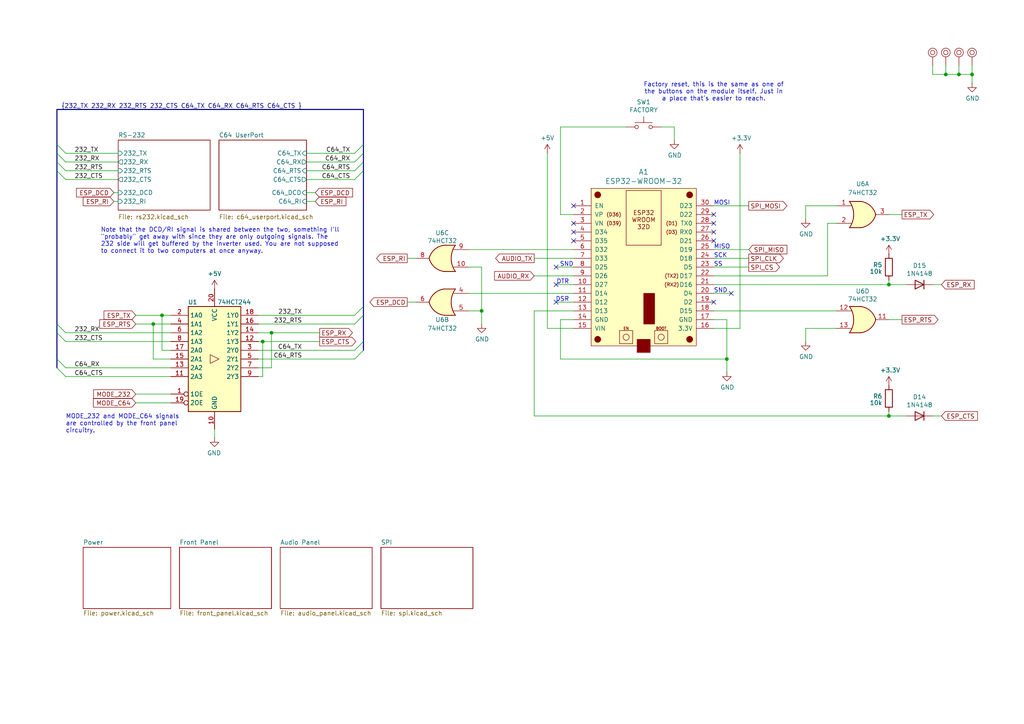
<source format=kicad_sch>
(kicad_sch (version 20231120) (generator "eeschema") (generator_version "8.0")
  (paper "A4")
  (title_block (title "BulkyModem-32") (rev "A") (comment 4 "Same as the BulkyModem, but with changes to use ESP-32 instead of ESP8266."))
  (lib_symbols
    (symbol "74xx:74HCT244"
      (property "Reference" "U" (at -7.62 16.51 0))
      (property "Value" "74HCT244" (at -7.62 -16.51 0))
      (symbol "74HCT244_1_0"
        (polyline (pts (xy 1.27 0) (xy -1.27 1.27) (xy -1.27 -1.27) (xy 1.27 0)) (stroke (width 0.1524)))
        (pin input inverted (at -12.7 -10.16 0) (length 5.08) (name "1OE") (number "1"))
        (pin power_in line (at 0 -20.32 90) (length 5.08) (name "GND") (number "10"))
        (pin input line (at -12.7 -5.08 0) (length 5.08) (name "2A3") (number "11"))
        (pin tri_state line (at 12.7 5.08 180) (length 5.08) (name "1Y3") (number "12"))
        (pin input line (at -12.7 -2.54 0) (length 5.08) (name "2A2") (number "13"))
        (pin tri_state line (at 12.7 7.62 180) (length 5.08) (name "1Y2") (number "14"))
        (pin input line (at -12.7 0 0) (length 5.08) (name "2A1") (number "15"))
        (pin tri_state line (at 12.7 10.16 180) (length 5.08) (name "1Y1") (number "16"))
        (pin input line (at -12.7 2.54 0) (length 5.08) (name "2A0") (number "17"))
        (pin tri_state line (at 12.7 12.7 180) (length 5.08) (name "1Y0") (number "18"))
        (pin input inverted (at -12.7 -12.7 0) (length 5.08) (name "2OE") (number "19"))
        (pin input line (at -12.7 12.7 0) (length 5.08) (name "1A0") (number "2"))
        (pin power_in line (at 0 20.32 270) (length 5.08) (name "VCC") (number "20"))
        (pin tri_state line (at 12.7 2.54 180) (length 5.08) (name "2Y0") (number "3"))
        (pin input line (at -12.7 10.16 0) (length 5.08) (name "1A1") (number "4"))
        (pin tri_state line (at 12.7 0 180) (length 5.08) (name "2Y1") (number "5"))
        (pin input line (at -12.7 7.62 0) (length 5.08) (name "1A2") (number "6"))
        (pin tri_state line (at 12.7 -2.54 180) (length 5.08) (name "2Y2") (number "7"))
        (pin input line (at -12.7 5.08 0) (length 5.08) (name "1A3") (number "8"))
        (pin tri_state line (at 12.7 -5.08 180) (length 5.08) (name "2Y3") (number "9"))
      )
      (symbol "74HCT244_1_1"
        (rectangle (start -7.62 15.24) (end 7.62 -15.24) (stroke (width 0.254)) (fill (type background)))
      )
    )
    (symbol "74xx:74LS32" (pin_names (offset 1.016))
      (property "Reference" "U" (at 0 1.27 0))
      (property "Value" "74LS32" (at 0 -1.27 0))
      (symbol "74LS32_1_1"
        (arc (start -3.81 -3.81) (mid -2.589 0) (end -3.81 3.81) (stroke (width 0.254)))
        (arc (start -0.6096 -3.81) (mid 2.1842 -2.5851) (end 3.81 0) (stroke (width 0.254)) (fill (type background)))
        (polyline (pts (xy -3.81 -3.81) (xy -0.635 -3.81)) (stroke (width 0.254)) (fill (type background)))
        (polyline (pts (xy -3.81 3.81) (xy -0.635 3.81)) (stroke (width 0.254)) (fill (type background)))
        (polyline (pts (xy -0.635 3.81) (xy -3.81 3.81) (xy -3.81 3.81) (xy -3.556 3.4036) (xy -3.0226 2.2606) (xy -2.6924 1.0414) (xy -2.6162 -0.254) (xy -2.7686 -1.4986) (xy -3.175 -2.7178) (xy -3.81 -3.81) (xy -3.81 -3.81) (xy -0.635 -3.81)) (stroke (width -25.4)) (fill (type background)))
        (arc (start 3.81 0) (mid 2.1915 2.5936) (end -0.6096 3.81) (stroke (width 0.254)) (fill (type background)))
        (pin input line (at -7.62 2.54 0) (length 4.318) (name "~") (number "1"))
        (pin input line (at -7.62 -2.54 0) (length 4.318) (name "~") (number "2"))
        (pin output line (at 7.62 0 180) (length 3.81) (name "~") (number "3"))
      )
      (symbol "74LS32_1_2"
        (arc (start 0 -3.81) (mid 3.7934 0) (end 0 3.81) (stroke (width 0.254)) (fill (type background)))
        (polyline (pts (xy 0 3.81) (xy -3.81 3.81) (xy -3.81 -3.81) (xy 0 -3.81)) (stroke (width 0.254)) (fill (type background)))
        (pin input inverted (at -7.62 2.54 0) (length 3.81) (name "~") (number "1"))
        (pin input inverted (at -7.62 -2.54 0) (length 3.81) (name "~") (number "2"))
        (pin output inverted (at 7.62 0 180) (length 3.81) (name "~") (number "3"))
      )
      (symbol "74LS32_2_1"
        (arc (start -3.81 -3.81) (mid -2.589 0) (end -3.81 3.81) (stroke (width 0.254)))
        (arc (start -0.6096 -3.81) (mid 2.1842 -2.5851) (end 3.81 0) (stroke (width 0.254)) (fill (type background)))
        (polyline (pts (xy -3.81 -3.81) (xy -0.635 -3.81)) (stroke (width 0.254)) (fill (type background)))
        (polyline (pts (xy -3.81 3.81) (xy -0.635 3.81)) (stroke (width 0.254)) (fill (type background)))
        (polyline (pts (xy -0.635 3.81) (xy -3.81 3.81) (xy -3.81 3.81) (xy -3.556 3.4036) (xy -3.0226 2.2606) (xy -2.6924 1.0414) (xy -2.6162 -0.254) (xy -2.7686 -1.4986) (xy -3.175 -2.7178) (xy -3.81 -3.81) (xy -3.81 -3.81) (xy -0.635 -3.81)) (stroke (width -25.4)) (fill (type background)))
        (arc (start 3.81 0) (mid 2.1915 2.5936) (end -0.6096 3.81) (stroke (width 0.254)) (fill (type background)))
        (pin input line (at -7.62 2.54 0) (length 4.318) (name "~") (number "4"))
        (pin input line (at -7.62 -2.54 0) (length 4.318) (name "~") (number "5"))
        (pin output line (at 7.62 0 180) (length 3.81) (name "~") (number "6"))
      )
      (symbol "74LS32_2_2"
        (arc (start 0 -3.81) (mid 3.7934 0) (end 0 3.81) (stroke (width 0.254)) (fill (type background)))
        (polyline (pts (xy 0 3.81) (xy -3.81 3.81) (xy -3.81 -3.81) (xy 0 -3.81)) (stroke (width 0.254)) (fill (type background)))
        (pin input inverted (at -7.62 2.54 0) (length 3.81) (name "~") (number "4"))
        (pin input inverted (at -7.62 -2.54 0) (length 3.81) (name "~") (number "5"))
        (pin output inverted (at 7.62 0 180) (length 3.81) (name "~") (number "6"))
      )
      (symbol "74LS32_3_1"
        (arc (start -3.81 -3.81) (mid -2.589 0) (end -3.81 3.81) (stroke (width 0.254)))
        (arc (start -0.6096 -3.81) (mid 2.1842 -2.5851) (end 3.81 0) (stroke (width 0.254)) (fill (type background)))
        (polyline (pts (xy -3.81 -3.81) (xy -0.635 -3.81)) (stroke (width 0.254)) (fill (type background)))
        (polyline (pts (xy -3.81 3.81) (xy -0.635 3.81)) (stroke (width 0.254)) (fill (type background)))
        (polyline (pts (xy -0.635 3.81) (xy -3.81 3.81) (xy -3.81 3.81) (xy -3.556 3.4036) (xy -3.0226 2.2606) (xy -2.6924 1.0414) (xy -2.6162 -0.254) (xy -2.7686 -1.4986) (xy -3.175 -2.7178) (xy -3.81 -3.81) (xy -3.81 -3.81) (xy -0.635 -3.81)) (stroke (width -25.4)) (fill (type background)))
        (arc (start 3.81 0) (mid 2.1915 2.5936) (end -0.6096 3.81) (stroke (width 0.254)) (fill (type background)))
        (pin input line (at -7.62 -2.54 0) (length 4.318) (name "~") (number "10"))
        (pin output line (at 7.62 0 180) (length 3.81) (name "~") (number "8"))
        (pin input line (at -7.62 2.54 0) (length 4.318) (name "~") (number "9"))
      )
      (symbol "74LS32_3_2"
        (arc (start 0 -3.81) (mid 3.7934 0) (end 0 3.81) (stroke (width 0.254)) (fill (type background)))
        (polyline (pts (xy 0 3.81) (xy -3.81 3.81) (xy -3.81 -3.81) (xy 0 -3.81)) (stroke (width 0.254)) (fill (type background)))
        (pin input inverted (at -7.62 -2.54 0) (length 3.81) (name "~") (number "10"))
        (pin output inverted (at 7.62 0 180) (length 3.81) (name "~") (number "8"))
        (pin input inverted (at -7.62 2.54 0) (length 3.81) (name "~") (number "9"))
      )
      (symbol "74LS32_4_1"
        (arc (start -3.81 -3.81) (mid -2.589 0) (end -3.81 3.81) (stroke (width 0.254)))
        (arc (start -0.6096 -3.81) (mid 2.1842 -2.5851) (end 3.81 0) (stroke (width 0.254)) (fill (type background)))
        (polyline (pts (xy -3.81 -3.81) (xy -0.635 -3.81)) (stroke (width 0.254)) (fill (type background)))
        (polyline (pts (xy -3.81 3.81) (xy -0.635 3.81)) (stroke (width 0.254)) (fill (type background)))
        (polyline (pts (xy -0.635 3.81) (xy -3.81 3.81) (xy -3.81 3.81) (xy -3.556 3.4036) (xy -3.0226 2.2606) (xy -2.6924 1.0414) (xy -2.6162 -0.254) (xy -2.7686 -1.4986) (xy -3.175 -2.7178) (xy -3.81 -3.81) (xy -3.81 -3.81) (xy -0.635 -3.81)) (stroke (width -25.4)) (fill (type background)))
        (arc (start 3.81 0) (mid 2.1915 2.5936) (end -0.6096 3.81) (stroke (width 0.254)) (fill (type background)))
        (pin output line (at 7.62 0 180) (length 3.81) (name "~") (number "11"))
        (pin input line (at -7.62 2.54 0) (length 4.318) (name "~") (number "12"))
        (pin input line (at -7.62 -2.54 0) (length 4.318) (name "~") (number "13"))
      )
      (symbol "74LS32_4_2"
        (arc (start 0 -3.81) (mid 3.7934 0) (end 0 3.81) (stroke (width 0.254)) (fill (type background)))
        (polyline (pts (xy 0 3.81) (xy -3.81 3.81) (xy -3.81 -3.81) (xy 0 -3.81)) (stroke (width 0.254)) (fill (type background)))
        (pin output inverted (at 7.62 0 180) (length 3.81) (name "~") (number "11"))
        (pin input inverted (at -7.62 2.54 0) (length 3.81) (name "~") (number "12"))
        (pin input inverted (at -7.62 -2.54 0) (length 3.81) (name "~") (number "13"))
      )
      (symbol "74LS32_5_0"
        (pin power_in line (at 0 12.7 270) (length 5.08) (name "VCC") (number "14"))
        (pin power_in line (at 0 -12.7 90) (length 5.08) (name "GND") (number "7"))
      )
      (symbol "74LS32_5_1"
        (rectangle (start -5.08 7.62) (end 5.08 -7.62) (stroke (width 0.254)) (fill (type background)))
      )
    )
    (symbol "Device:R" (pin_numbers hide) (pin_names (offset 0))
      (property "Reference" "R" (at 2.032 0 90))
      (property "Value" "R" (at 0 0 90))
      (symbol "R_0_1"
        (rectangle (start -1.016 -2.54) (end 1.016 2.54) (stroke (width 0.254)))
      )
      (symbol "R_1_1"
        (pin passive line (at 0 3.81 270) (length 1.27) (name "~") (number "1"))
        (pin passive line (at 0 -3.81 90) (length 1.27) (name "~") (number "2"))
      )
    )
    (symbol "Diode:1N4148" (pin_numbers hide) (pin_names hide)
      (property "Reference" "D" (at 0 2.54 0))
      (property "Value" "1N4148" (at 0 -2.54 0))
      (symbol "1N4148_0_1"
        (polyline (pts (xy -1.27 1.27) (xy -1.27 -1.27)) (stroke (width 0.254)))
        (polyline (pts (xy 1.27 0) (xy -1.27 0)))
        (polyline (pts (xy 1.27 1.27) (xy 1.27 -1.27) (xy -1.27 0) (xy 1.27 1.27)) (stroke (width 0.254)))
      )
      (symbol "1N4148_1_1"
        (pin passive line (at -3.81 0 0) (length 2.54) (name "K") (number "1"))
        (pin passive line (at 3.81 0 180) (length 2.54) (name "A") (number "2"))
      )
    )
    (symbol "Switch:SW_Push" (pin_numbers hide) (pin_names (offset 1.016) hide)
      (property "Reference" "SW" (at 1.27 2.54 0))
      (property "Value" "SW_Push" (at 0 -1.524 0))
      (symbol "SW_Push_0_1"
        (circle (center -2.032 0) (radius 0.508))
        (polyline (pts (xy 0 1.27) (xy 0 3.048)))
        (polyline (pts (xy 2.54 1.27) (xy -2.54 1.27)))
        (circle (center 2.032 0) (radius 0.508))
        (pin passive line (at -5.08 0 0) (length 2.54) (name "1") (number "1"))
        (pin passive line (at 5.08 0 180) (length 2.54) (name "2") (number "2"))
      )
    )
    (symbol "esp32_dev_board:ESP32-WROOM-32" (pin_names (offset 1.016))
      (property "Reference" "A" (at -13.335 24.13 0))
      (property "Value" "ESP32-WROOM-32" (at 0 -27.178 0))
      (symbol "ESP32-WROOM-32_0_0"
        (circle (center -13.335 20.955) (radius 0.889) (fill (type outline)))
        (rectangle (start 3.175 -18.415) (end 6.985 -22.225))
        (circle (center 5.08 -20.32) (radius 0.889))
      )
      (symbol "ESP32-WROOM-32_0_1"
        (rectangle (start -15.24 22.86) (end 15.24 -22.86) (fill (type background)))
        (rectangle (start -5.08 22.225) (end 5.08 6.35))
        (rectangle (start -1.905 -20.955) (end 1.905 -24.765) (fill (type outline)))
        (rectangle (start 0 -16.51) (end 3.175 -7.62) (fill (type outline)))
      )
      (symbol "ESP32-WROOM-32_1_0"
        (text "BOOT" (at 5.08 -17.78 0) (effects (font (size 0.7874 0.7874))))
        (text "EN" (at -5.08 -17.78 0) (effects (font (size 0.7874 0.7874))))
        (text "ESP32\nWROOM\n32D" (at 0 13.716 0) (effects (font (size 1.27 1.27))))
      )
      (symbol "ESP32-WROOM-32_1_1"
        (circle (center -13.335 -20.955) (radius 0.889) (fill (type outline)))
        (rectangle (start -6.985 -18.415) (end -3.175 -22.225))
        (circle (center -5.08 -20.32) (radius 0.889))
        (circle (center 13.335 -20.955) (radius 0.889) (fill (type outline)))
        (circle (center 13.335 20.955) (radius 0.889) (fill (type outline)))
        (text "(D1)" (at 8.128 12.7 0) (effects (font (size 1 1))))
        (text "(D3)" (at 8.128 10.16 0) (effects (font (size 1 1))))
        (text "(D36)" (at -8.636 15.24 0) (effects (font (size 1 1))))
        (text "(D39)" (at -8.636 12.7 0) (effects (font (size 1 1))))
        (text "(RX2)" (at 8.128 -5.08 0) (effects (font (size 1 1))))
        (text "(TX2)" (at 8.128 -2.54 0) (effects (font (size 1 1))))
        (pin input line (at -20.32 17.78 0) (length 5.08) (name "EN") (number "1"))
        (pin bidirectional line (at -20.32 -5.08 0) (length 5.08) (name "D27") (number "10"))
        (pin bidirectional line (at -20.32 -7.62 0) (length 5.08) (name "D14") (number "11"))
        (pin bidirectional line (at -20.32 -10.16 0) (length 5.08) (name "D12") (number "12"))
        (pin bidirectional line (at -20.32 -12.7 0) (length 5.08) (name "D13") (number "13"))
        (pin power_in line (at -20.32 -15.24 0) (length 5.08) (name "GND") (number "14"))
        (pin power_in line (at -20.32 -17.78 0) (length 5.08) (name "VIN") (number "15"))
        (pin power_out line (at 20.32 -17.78 180) (length 5.08) (name "3.3V") (number "16"))
        (pin passive line (at 20.32 -15.24 180) (length 5.08) (name "GND") (number "17"))
        (pin bidirectional line (at 20.32 -12.7 180) (length 5.08) (name "D15") (number "18"))
        (pin bidirectional line (at 20.32 -10.16 180) (length 5.08) (name "D2") (number "19"))
        (pin input line (at -20.32 15.24 0) (length 5.08) (name "VP") (number "2"))
        (pin bidirectional line (at 20.32 -7.62 180) (length 5.08) (name "D4") (number "20"))
        (pin bidirectional line (at 20.32 -5.08 180) (length 5.08) (name "D16") (number "21"))
        (pin bidirectional line (at 20.32 -2.54 180) (length 5.08) (name "D17") (number "22"))
        (pin bidirectional line (at 20.32 0 180) (length 5.08) (name "D5") (number "23"))
        (pin bidirectional line (at 20.32 2.54 180) (length 5.08) (name "D18") (number "24"))
        (pin bidirectional line (at 20.32 5.08 180) (length 5.08) (name "D19") (number "25"))
        (pin bidirectional line (at 20.32 7.62 180) (length 5.08) (name "D21") (number "26"))
        (pin bidirectional line (at 20.32 10.16 180) (length 5.08) (name "RX0") (number "27"))
        (pin bidirectional line (at 20.32 12.7 180) (length 5.08) (name "TX0") (number "28"))
        (pin bidirectional line (at 20.32 15.24 180) (length 5.08) (name "D22") (number "29"))
        (pin input line (at -20.32 12.7 0) (length 5.08) (name "VN") (number "3"))
        (pin bidirectional line (at 20.32 17.78 180) (length 5.08) (name "D23") (number "30"))
        (pin input line (at -20.32 10.16 0) (length 5.08) (name "D34") (number "4"))
        (pin input line (at -20.32 7.62 0) (length 5.08) (name "D35") (number "5"))
        (pin bidirectional line (at -20.32 5.08 0) (length 5.08) (name "D32") (number "6"))
        (pin bidirectional line (at -20.32 2.54 0) (length 5.08) (name "D33") (number "7"))
        (pin bidirectional line (at -20.32 0 0) (length 5.08) (name "D25") (number "8"))
        (pin bidirectional line (at -20.32 -2.54 0) (length 5.08) (name "D26") (number "9"))
      )
    )
    (symbol "mounting:Mounting_Pin" (pin_numbers hide) (pin_names (offset 0) hide)
      (symbol "Mounting_Pin_0_1"
        (circle (center 0 0) (radius 0.635))
        (circle (center 0 0) (radius 1.27))
      )
      (symbol "Mounting_Pin_1_1"
        (pin passive line (at 0 -3.81 90) (length 2.54) (name "~") (number "1"))
      )
    )
    (symbol "power:+3.3V" (power) (pin_numbers hide) (pin_names (offset 0) hide)
      (property "Value" "+3.3V" (at 0 3.556 0))
      (symbol "+3.3V_0_1"
        (polyline (pts (xy -0.762 1.27) (xy 0 2.54)))
        (polyline (pts (xy 0 0) (xy 0 2.54)))
        (polyline (pts (xy 0 2.54) (xy 0.762 1.27)))
      )
      (symbol "+3.3V_1_1"
        (pin power_in line (at 0 0 90) (length 0) (name "~") (number "1"))
      )
    )
    (symbol "power:+5V" (power) (pin_numbers hide) (pin_names (offset 0) hide)
      (property "Value" "+5V" (at 0 3.556 0))
      (symbol "+5V_0_1"
        (polyline (pts (xy -0.762 1.27) (xy 0 2.54)))
        (polyline (pts (xy 0 0) (xy 0 2.54)))
        (polyline (pts (xy 0 2.54) (xy 0.762 1.27)))
      )
      (symbol "+5V_1_1"
        (pin power_in line (at 0 0 90) (length 0) (name "~") (number "1"))
      )
    )
    (symbol "power:GND" (power) (pin_numbers hide) (pin_names (offset 0) hide)
      (property "Value" "GND" (at 0 -3.81 0))
      (symbol "GND_0_1"
        (polyline (pts (xy 0 0) (xy 0 -1.27) (xy 1.27 -1.27) (xy 0 -2.54) (xy -1.27 -1.27) (xy 0 -1.27)))
      )
      (symbol "GND_1_1"
        (pin power_in line (at 0 0 270) (length 0) (name "~") (number "1"))
      )
    )
  )
  (junction (at 274.32 21.59))
  (junction (at 257.81 82.55))
  (junction (at 76.2 99.06))
  (junction (at 139.7 90.17))
  (junction (at 210.82 104.14))
  (junction (at 278.13 21.59))
  (junction (at 78.74 96.52))
  (junction (at 44.45 93.98))
  (junction (at 281.94 21.59))
  (junction (at 46.99 91.44))
  (junction (at 257.81 120.65))
  (no_connect (at 207.01 62.23))
  (no_connect (at 166.37 59.69))
  (no_connect (at 207.01 69.85))
  (no_connect (at 161.29 77.47))
  (no_connect (at 207.01 64.77))
  (no_connect (at 207.01 67.31))
  (no_connect (at 207.01 87.63))
  (no_connect (at 161.29 82.55))
  (no_connect (at 166.37 64.77))
  (no_connect (at 212.09 85.09))
  (no_connect (at 166.37 67.31))
  (no_connect (at 161.29 87.63))
  (no_connect (at 166.37 69.85))
  (bus_entry (at 105.41 88.9) (size -2.54 2.54))
  (bus_entry (at 19.05 96.52) (size -2.54 -2.54))
  (bus_entry (at 105.41 99.06) (size -2.54 2.54))
  (bus_entry (at 105.41 46.99) (size -2.54 2.54))
  (bus_entry (at 16.51 46.99) (size 2.54 2.54))
  (bus_entry (at 105.41 44.45) (size -2.54 2.54))
  (bus_entry (at 19.05 106.68) (size -2.54 -2.54))
  (bus_entry (at 16.51 49.53) (size 2.54 2.54))
  (bus_entry (at 19.05 109.22) (size -2.54 -2.54))
  (bus_entry (at 19.05 99.06) (size -2.54 -2.54))
  (bus_entry (at 105.41 49.53) (size -2.54 2.54))
  (bus_entry (at 16.51 41.91) (size 2.54 2.54))
  (bus_entry (at 105.41 91.44) (size -2.54 2.54))
  (bus_entry (at 105.41 101.6) (size -2.54 2.54))
  (bus_entry (at 16.51 44.45) (size 2.54 2.54))
  (bus_entry (at 105.41 41.91) (size -2.54 2.54))
  (wire (pts (xy 207.01 92.71) (xy 210.82 92.71)))
  (wire (pts (xy 135.89 90.17) (xy 139.7 90.17)))
  (wire (pts (xy 19.05 109.22) (xy 49.53 109.22)))
  (wire (pts (xy 207.01 59.69) (xy 217.17 59.69)))
  (wire (pts (xy 44.45 93.98) (xy 49.53 93.98)))
  (wire (pts (xy 49.53 104.14) (xy 44.45 104.14)))
  (bus (pts (xy 16.51 104.14) (xy 16.51 106.68)))
  (wire (pts (xy 257.81 82.55) (xy 262.89 82.55)))
  (wire (pts (xy 162.56 104.14) (xy 210.82 104.14)))
  (wire (pts (xy 33.02 55.88) (xy 34.29 55.88)))
  (wire (pts (xy 274.32 21.59) (xy 274.32 19.05)))
  (wire (pts (xy 78.74 96.52) (xy 92.71 96.52)))
  (wire (pts (xy 76.2 109.22) (xy 76.2 99.06)))
  (wire (pts (xy 139.7 93.98) (xy 139.7 90.17)))
  (bus (pts (xy 16.51 93.98) (xy 16.51 96.52)))
  (wire (pts (xy 74.93 93.98) (xy 102.87 93.98)))
  (bus (pts (xy 105.41 41.91) (xy 105.41 44.45)))
  (wire (pts (xy 34.29 44.45) (xy 19.05 44.45)))
  (bus (pts (xy 16.51 46.99) (xy 16.51 49.53)))
  (wire (pts (xy 154.94 120.65) (xy 257.81 120.65)))
  (wire (pts (xy 270.51 19.05) (xy 270.51 21.59)))
  (bus (pts (xy 105.41 88.9) (xy 105.41 91.44)))
  (wire (pts (xy 74.93 91.44) (xy 102.87 91.44)))
  (wire (pts (xy 161.29 82.55) (xy 166.37 82.55)))
  (wire (pts (xy 39.37 93.98) (xy 44.45 93.98)))
  (wire (pts (xy 19.05 99.06) (xy 49.53 99.06)))
  (wire (pts (xy 207.01 90.17) (xy 242.57 90.17)))
  (wire (pts (xy 162.56 62.23) (xy 162.56 36.83)))
  (wire (pts (xy 135.89 85.09) (xy 166.37 85.09)))
  (wire (pts (xy 166.37 80.01) (xy 154.94 80.01)))
  (wire (pts (xy 74.93 96.52) (xy 78.74 96.52)))
  (bus (pts (xy 105.41 46.99) (xy 105.41 49.53)))
  (wire (pts (xy 78.74 106.68) (xy 78.74 96.52)))
  (wire (pts (xy 74.93 106.68) (xy 78.74 106.68)))
  (wire (pts (xy 91.44 55.88) (xy 88.9 55.88)))
  (wire (pts (xy 207.01 80.01) (xy 240.03 80.01)))
  (wire (pts (xy 257.81 120.65) (xy 262.89 120.65)))
  (wire (pts (xy 207.01 82.55) (xy 257.81 82.55)))
  (wire (pts (xy 162.56 92.71) (xy 162.56 104.14)))
  (wire (pts (xy 214.63 44.45) (xy 214.63 95.25)))
  (wire (pts (xy 46.99 91.44) (xy 49.53 91.44)))
  (wire (pts (xy 210.82 104.14) (xy 210.82 107.95)))
  (wire (pts (xy 39.37 116.84) (xy 49.53 116.84)))
  (wire (pts (xy 273.05 82.55) (xy 270.51 82.55)))
  (wire (pts (xy 257.81 119.38) (xy 257.81 120.65)))
  (wire (pts (xy 257.81 92.71) (xy 261.62 92.71)))
  (bus (pts (xy 105.41 91.44) (xy 105.41 99.06)))
  (wire (pts (xy 161.29 87.63) (xy 166.37 87.63)))
  (wire (pts (xy 257.81 81.28) (xy 257.81 82.55)))
  (wire (pts (xy 154.94 90.17) (xy 154.94 120.65)))
  (wire (pts (xy 39.37 114.3) (xy 49.53 114.3)))
  (wire (pts (xy 274.32 21.59) (xy 278.13 21.59)))
  (wire (pts (xy 118.11 74.93) (xy 120.65 74.93)))
  (wire (pts (xy 74.93 101.6) (xy 102.87 101.6)))
  (bus (pts (xy 105.41 31.75) (xy 105.41 41.91)))
  (bus (pts (xy 105.41 49.53) (xy 105.41 88.9)))
  (wire (pts (xy 210.82 92.71) (xy 210.82 104.14)))
  (wire (pts (xy 242.57 64.77) (xy 240.03 64.77)))
  (wire (pts (xy 278.13 21.59) (xy 278.13 19.05)))
  (wire (pts (xy 88.9 44.45) (xy 102.87 44.45)))
  (wire (pts (xy 19.05 106.68) (xy 49.53 106.68)))
  (wire (pts (xy 161.29 77.47) (xy 166.37 77.47)))
  (bus (pts (xy 16.51 31.75) (xy 105.41 31.75)))
  (wire (pts (xy 233.68 63.5) (xy 233.68 59.69)))
  (wire (pts (xy 19.05 46.99) (xy 34.29 46.99)))
  (wire (pts (xy 166.37 62.23) (xy 162.56 62.23)))
  (bus (pts (xy 16.51 44.45) (xy 16.51 46.99)))
  (wire (pts (xy 46.99 101.6) (xy 46.99 91.44)))
  (wire (pts (xy 88.9 49.53) (xy 102.87 49.53)))
  (wire (pts (xy 118.11 87.63) (xy 120.65 87.63)))
  (wire (pts (xy 270.51 21.59) (xy 274.32 21.59)))
  (wire (pts (xy 207.01 95.25) (xy 214.63 95.25)))
  (wire (pts (xy 240.03 64.77) (xy 240.03 80.01)))
  (bus (pts (xy 16.51 96.52) (xy 16.51 104.14)))
  (wire (pts (xy 19.05 96.52) (xy 49.53 96.52)))
  (wire (pts (xy 33.02 58.42) (xy 34.29 58.42)))
  (wire (pts (xy 281.94 19.05) (xy 281.94 21.59)))
  (wire (pts (xy 233.68 95.25) (xy 242.57 95.25)))
  (wire (pts (xy 19.05 52.07) (xy 34.29 52.07)))
  (wire (pts (xy 162.56 36.83) (xy 181.61 36.83)))
  (bus (pts (xy 105.41 44.45) (xy 105.41 46.99)))
  (wire (pts (xy 233.68 59.69) (xy 242.57 59.69)))
  (wire (pts (xy 207.01 77.47) (xy 217.17 77.47)))
  (wire (pts (xy 139.7 77.47) (xy 139.7 90.17)))
  (wire (pts (xy 74.93 99.06) (xy 76.2 99.06)))
  (wire (pts (xy 191.77 36.83) (xy 195.58 36.83)))
  (bus (pts (xy 16.51 31.75) (xy 16.51 41.91)))
  (wire (pts (xy 207.01 85.09) (xy 212.09 85.09)))
  (wire (pts (xy 91.44 58.42) (xy 88.9 58.42)))
  (wire (pts (xy 162.56 92.71) (xy 166.37 92.71)))
  (wire (pts (xy 207.01 74.93) (xy 217.17 74.93)))
  (wire (pts (xy 195.58 36.83) (xy 195.58 40.64)))
  (wire (pts (xy 135.89 77.47) (xy 139.7 77.47)))
  (wire (pts (xy 158.75 44.45) (xy 158.75 95.25)))
  (wire (pts (xy 166.37 90.17) (xy 154.94 90.17)))
  (wire (pts (xy 166.37 74.93) (xy 154.94 74.93)))
  (wire (pts (xy 281.94 21.59) (xy 278.13 21.59)))
  (wire (pts (xy 257.81 62.23) (xy 261.62 62.23)))
  (bus (pts (xy 105.41 99.06) (xy 105.41 101.6)))
  (wire (pts (xy 233.68 99.06) (xy 233.68 95.25)))
  (wire (pts (xy 44.45 104.14) (xy 44.45 93.98)))
  (wire (pts (xy 76.2 99.06) (xy 92.71 99.06)))
  (wire (pts (xy 270.51 120.65) (xy 273.05 120.65)))
  (wire (pts (xy 207.01 72.39) (xy 217.17 72.39)))
  (wire (pts (xy 49.53 101.6) (xy 46.99 101.6)))
  (wire (pts (xy 62.23 127) (xy 62.23 124.46)))
  (wire (pts (xy 281.94 21.59) (xy 281.94 24.13)))
  (wire (pts (xy 135.89 72.39) (xy 166.37 72.39)))
  (bus (pts (xy 16.51 41.91) (xy 16.51 44.45)))
  (wire (pts (xy 102.87 46.99) (xy 88.9 46.99)))
  (wire (pts (xy 39.37 91.44) (xy 46.99 91.44)))
  (wire (pts (xy 74.93 104.14) (xy 102.87 104.14)))
  (bus (pts (xy 16.51 49.53) (xy 16.51 93.98)))
  (wire (pts (xy 158.75 95.25) (xy 166.37 95.25)))
  (wire (pts (xy 74.93 109.22) (xy 76.2 109.22)))
  (wire (pts (xy 34.29 49.53) (xy 19.05 49.53)))
  (wire (pts (xy 102.87 52.07) (xy 88.9 52.07)))
  (text "Factory reset, this is the same as one of\nthe buttons on the module itself. Just in\na place that's easier to reach." (at 207.01 26.67 0) (effects (font (size 1.27 1.27))))
  (text "SS" (at 207.01 77.47 0) (effects (font (size 1.27 1.27)) (justify left bottom)))
  (text "MISO" (at 207.01 72.39 0) (effects (font (size 1.27 1.27)) (justify left bottom)))
  (text "MODE_232 and MODE_C64 signals\nare controlled by the front panel\ncircuitry." (at 19.05 125.73 0) (effects (font (size 1.27 1.27)) (justify left bottom)))
  (text "SND" (at 166.37 77.47 0) (effects (font (size 1.27 1.27)) (justify right bottom)))
  (text "DSR" (at 165.1 87.63 0) (effects (font (size 1.27 1.27)) (justify right bottom)))
  (text "SCK" (at 207.01 74.93 0) (effects (font (size 1.27 1.27)) (justify left bottom)))
  (text "Note that the DCD/RI signal is shared between the two, something I'll\n\"probably\" get away with since they are only outgoing signals. The\n232 side will get buffered by the inverter used. You are not supposed\nto connect it to two computers at once anyway." (at 29.21 73.66 0) (effects (font (size 1.27 1.27)) (justify left bottom)))
  (text "DTR" (at 165.1 82.55 0) (effects (font (size 1.27 1.27)) (justify right bottom)))
  (text "MOSI" (at 207.01 59.69 0) (effects (font (size 1.27 1.27)) (justify left bottom)))
  (text "SND" (at 207.01 85.09 0) (effects (font (size 1.27 1.27)) (justify left bottom)))
  (label "232_RX" (at 21.59 46.99 0))
  (label "232_RTS" (at 87.63 93.98 180))
  (label "C64_RX" (at 101.6 46.99 180))
  (label "{232_TX 232_RX 232_RTS 232_CTS C64_TX C64_RX C64_RTS C64_CTS }" (at 17.78 31.75 0))
  (label "C64_RX" (at 21.59 106.68 0))
  (label "232_CTS" (at 21.59 99.06 0))
  (label "C64_TX" (at 101.6 44.45 180))
  (label "C64_CTS" (at 21.59 109.22 0))
  (label "232_TX" (at 87.63 91.44 180))
  (label "232_RTS" (at 21.59 49.53 0))
  (label "C64_TX" (at 87.63 101.6 180))
  (label "232_TX" (at 21.59 44.45 0))
  (label "C64_RTS" (at 101.6 49.53 180))
  (label "C64_RTS" (at 87.63 104.14 180))
  (label "232_CTS" (at 21.59 52.07 0))
  (label "232_RX" (at 21.59 96.52 0))
  (label "C64_CTS" (at 101.6 52.07 180))
  (global_label "MODE_232" (shape input) (at 39.37 114.3 180) (property "Intersheetrefs" "${INTERSHEET_REFS}" (effects (hide yes))))
  (global_label "ESP_RX" (shape input) (at 273.05 82.55 0) (property "Intersheetrefs" "${INTERSHEET_REFS}" (effects (hide yes))))
  (global_label "SPI_CLK" (shape output) (at 217.17 74.93 0) (property "Intersheetrefs" "${INTERSHEET_REFS}" (effects (hide yes))))
  (global_label "ESP_RI" (shape output) (at 118.11 74.93 180) (property "Intersheetrefs" "${INTERSHEET_REFS}" (effects (hide yes))))
  (global_label "ESP_RI" (shape input) (at 91.44 58.42 0) (property "Intersheetrefs" "${INTERSHEET_REFS}" (effects (hide yes))))
  (global_label "SPI_CS" (shape output) (at 217.17 77.47 0) (property "Intersheetrefs" "${INTERSHEET_REFS}" (effects (hide yes))))
  (global_label "ESP_DCD" (shape output) (at 118.11 87.63 180) (property "Intersheetrefs" "${INTERSHEET_REFS}" (effects (hide yes))))
  (global_label "ESP_RX" (shape output) (at 92.71 96.52 0) (property "Intersheetrefs" "${INTERSHEET_REFS}" (effects (hide yes))))
  (global_label "ESP_RI" (shape input) (at 33.02 58.42 180) (property "Intersheetrefs" "${INTERSHEET_REFS}" (effects (hide yes))))
  (global_label "ESP_RTS" (shape output) (at 261.62 92.71 0) (property "Intersheetrefs" "${INTERSHEET_REFS}" (effects (hide yes))))
  (global_label "ESP_RTS" (shape input) (at 39.37 93.98 180) (property "Intersheetrefs" "${INTERSHEET_REFS}" (effects (hide yes))))
  (global_label "ESP_TX" (shape output) (at 261.62 62.23 0) (property "Intersheetrefs" "${INTERSHEET_REFS}" (effects (hide yes))))
  (global_label "ESP_TX" (shape input) (at 39.37 91.44 180) (property "Intersheetrefs" "${INTERSHEET_REFS}" (effects (hide yes))))
  (global_label "AUDIO_TX" (shape output) (at 154.94 74.93 180) (property "Intersheetrefs" "${INTERSHEET_REFS}" (effects (hide yes))))
  (global_label "ESP_CTS" (shape input) (at 273.05 120.65 0) (property "Intersheetrefs" "${INTERSHEET_REFS}" (effects (hide yes))))
  (global_label "ESP_DCD" (shape input) (at 33.02 55.88 180) (property "Intersheetrefs" "${INTERSHEET_REFS}" (effects (hide yes))))
  (global_label "ESP_DCD" (shape input) (at 91.44 55.88 0) (property "Intersheetrefs" "${INTERSHEET_REFS}" (effects (hide yes))))
  (global_label "MODE_C64" (shape input) (at 39.37 116.84 180) (property "Intersheetrefs" "${INTERSHEET_REFS}" (effects (hide yes))))
  (global_label "SPI_MISO" (shape input) (at 217.17 72.39 0) (property "Intersheetrefs" "${INTERSHEET_REFS}" (effects (hide yes))))
  (global_label "AUDIO_RX" (shape input) (at 154.94 80.01 180) (property "Intersheetrefs" "${INTERSHEET_REFS}" (effects (hide yes))))
  (global_label "SPI_MOSI" (shape output) (at 217.17 59.69 0) (property "Intersheetrefs" "${INTERSHEET_REFS}" (effects (hide yes))))
  (global_label "ESP_CTS" (shape output) (at 92.71 99.06 0) (property "Intersheetrefs" "${INTERSHEET_REFS}" (effects (hide yes))))
  (symbol (lib_id "mounting:Mounting_Pin") (at 278.13 15.24 0) (unit 1)
    (property "Reference" "M3" (effects (hide yes)))
    (property "Value" "Mounting" (effects (hide yes)))
    (property "Footprint" "mounting:M3_pin" (effects (hide yes)))
    (property "Description" "Generic connector, single row, 01x01" (effects (hide yes)))
  )
  (symbol (lib_id "mounting:Mounting_Pin") (at 281.94 15.24 0) (unit 1)
    (property "Reference" "M4" (effects (hide yes)))
    (property "Value" "Mounting" (effects (hide yes)))
    (property "Footprint" "mounting:M3_pin" (effects (hide yes)))
    (property "Description" "Generic connector, single row, 01x01" (effects (hide yes)))
  )
  (symbol (lib_id "mounting:Mounting_Pin") (at 274.32 15.24 0) (unit 1)
    (property "Reference" "M2" (effects (hide yes)))
    (property "Value" "Mounting" (effects (hide yes)))
    (property "Footprint" "mounting:M3_pin" (effects (hide yes)))
    (property "Description" "Generic connector, single row, 01x01" (effects (hide yes)))
  )
  (symbol (lib_id "esp32_dev_board:ESP32-WROOM-32") (at 186.69 77.47 0) (unit 1)
    (property "Reference" "A1" (at 186.69 49.8602 0) (effects (font (size 1.524 1.524))))
    (property "Value" "ESP32-WROOM-32" (at 186.69 52.5526 0) (effects (font (size 1.524 1.524))))
    (property "Footprint" "esp32_dev_board:ESP32-WROOM-32D_30" (effects (hide yes)))
  )
  (symbol (lib_id "power:+3.3V") (at 214.63 44.45 0) (unit 1)
    (property "Reference" "#PWR0102" (effects (hide yes)))
    (property "Value" "+3.3V" (at 215.011 40.0558 0))
    (property "Description" "Power symbol creates a global label with name \"+3.3V\"" (effects (hide yes)))
  )
  (symbol (lib_id "power:GND") (at 210.82 107.95 0) (unit 1)
    (property "Reference" "#PWR0104" (effects (hide yes)))
    (property "Value" "GND" (at 210.947 112.3442 0))
    (property "Description" "Power symbol creates a global label with name \"GND\" , ground" (effects (hide yes)))
  )
  (symbol (lib_id "power:+5V") (at 158.75 44.45 0) (unit 1)
    (property "Reference" "#PWR0107" (effects (hide yes)))
    (property "Value" "+5V" (at 158.75 40.005 0))
    (property "Description" "Power symbol creates a global label with name \"+5V\"" (effects (hide yes)))
  )
  (symbol (lib_id "74xx:74HCT244") (at 62.23 104.14 0) (unit 1)
    (property "Reference" "U1" (at 55.88 87.63 0))
    (property "Value" "74HCT244" (at 67.945 87.63 0))
    (property "Footprint" "Package_DIP:DIP-20_W7.62mm_Socket_LongPads" (effects (hide yes)))
    (property "Datasheet" "https://assets.nexperia.com/documents/data-sheet/74HC_HCT244.pdf" (effects (hide yes)))
    (property "Description" "8-bit Buffer/Line Driver 3-state" (effects (hide yes)))
  )
  (symbol (lib_id "power:+5V") (at 62.23 83.82 0) (unit 1)
    (property "Reference" "#PWR01" (effects (hide yes)))
    (property "Value" "+5V" (at 62.23 79.375 0))
    (property "Description" "Power symbol creates a global label with name \"+5V\"" (effects (hide yes)))
  )
  (symbol (lib_id "power:GND") (at 62.23 127 0) (mirror y) (unit 1)
    (property "Reference" "#PWR03" (effects (hide yes)))
    (property "Value" "GND" (at 62.103 131.3942 0))
    (property "Description" "Power symbol creates a global label with name \"GND\" , ground" (effects (hide yes)))
  )
  (symbol (lib_id "mounting:Mounting_Pin") (at 270.51 15.24 0) (unit 1)
    (property "Reference" "M1" (effects (hide yes)))
    (property "Value" "Mounting" (effects (hide yes)))
    (property "Footprint" "mounting:M3_pin" (effects (hide yes)))
    (property "Description" "Generic connector, single row, 01x01" (effects (hide yes)))
  )
  (symbol (lib_id "74xx:74LS32") (at 128.27 87.63 0) (mirror y) (unit 2)
    (property "Reference" "U6" (at 128.27 92.71 0))
    (property "Value" "74HCT32" (at 128.27 95.25 0))
    (property "Footprint" "Package_DIP:DIP-14_W7.62mm_Socket_LongPads" (effects (hide yes)))
    (property "Datasheet" "http://www.ti.com/lit/gpn/sn74LS32" (effects (hide yes)))
    (property "Description" "Quad 2-input OR" (effects (hide yes)))
  )
  (symbol (lib_id "74xx:74LS32") (at 128.27 74.93 0) (mirror y) (unit 3)
    (property "Reference" "U6" (at 128.27 67.5386 0))
    (property "Value" "74HCT32" (at 128.27 69.85 0))
    (property "Footprint" "Package_DIP:DIP-14_W7.62mm_Socket_LongPads" (effects (hide yes)))
    (property "Datasheet" "http://www.ti.com/lit/gpn/sn74LS32" (effects (hide yes)))
    (property "Description" "Quad 2-input OR" (effects (hide yes)))
  )
  (symbol (lib_id "74xx:74LS32") (at 250.19 62.23 0) (unit 1)
    (property "Reference" "U6" (at 250.19 53.34 0))
    (property "Value" "74HCT32" (at 250.19 55.88 0))
    (property "Footprint" "Package_DIP:DIP-14_W7.62mm_Socket_LongPads" (effects (hide yes)))
    (property "Datasheet" "http://www.ti.com/lit/gpn/sn74LS32" (effects (hide yes)))
    (property "Description" "Quad 2-input OR" (effects (hide yes)))
  )
  (symbol (lib_id "power:GND") (at 195.58 40.64 0) (unit 1)
    (property "Reference" "#PWR021" (effects (hide yes)))
    (property "Value" "GND" (at 195.707 45.0342 0))
    (property "Description" "Power symbol creates a global label with name \"GND\" , ground" (effects (hide yes)))
  )
  (symbol (lib_id "Diode:1N4148") (at 266.7 120.65 180) (unit 1)
    (property "Reference" "D14" (at 266.7 115.1382 0))
    (property "Value" "1N4148" (at 266.7 117.4496 0))
    (property "Footprint" "Diode_THT:D_DO-35_SOD27_P7.62mm_Horizontal" (effects (hide yes)))
    (property "Datasheet" "https://assets.nexperia.com/documents/data-sheet/1N4148_1N4448.pdf" (effects (hide yes)))
    (property "Description" "100V 0.15A standard switching diode, DO-35" (effects (hide yes)))
    (property "Sim.Device" "D" (effects (hide yes)))
    (property "Sim.Pins" "1=K 2=A" (effects (hide yes)))
  )
  (symbol (lib_id "power:GND") (at 233.68 63.5 0) (unit 1)
    (property "Reference" "#PWR010" (effects (hide yes)))
    (property "Value" "GND" (at 233.807 67.8942 0))
    (property "Description" "Power symbol creates a global label with name \"GND\" , ground" (effects (hide yes)))
  )
  (symbol (lib_id "Device:R") (at 257.81 77.47 0) (unit 1)
    (property "Reference" "R5" (at 255.905 76.835 0) (effects (justify right)))
    (property "Value" "10k" (at 255.905 78.74 0) (effects (justify right)))
    (property "Footprint" "resistor:R_Axial_DIN0207_L6.3mm_D2.5mm_P10.16mm_Horizontal" (effects (hide yes)))
    (property "Description" "Resistor" (effects (hide yes)))
  )
  (symbol (lib_id "power:+3.3V") (at 257.81 73.66 0) (unit 1)
    (property "Reference" "#PWR017" (effects (hide yes)))
    (property "Value" "+3.3V" (at 258.191 69.2658 0))
    (property "Description" "Power symbol creates a global label with name \"+3.3V\"" (effects (hide yes)))
  )
  (symbol (lib_id "power:+3.3V") (at 257.81 111.76 0) (unit 1)
    (property "Reference" "#PWR019" (effects (hide yes)))
    (property "Value" "+3.3V" (at 258.191 107.3658 0))
    (property "Description" "Power symbol creates a global label with name \"+3.3V\"" (effects (hide yes)))
  )
  (symbol (lib_id "power:GND") (at 281.94 24.13 0) (unit 1)
    (property "Reference" "#PWR011" (effects (hide yes)))
    (property "Value" "GND" (at 282.067 28.5242 0))
    (property "Description" "Power symbol creates a global label with name \"GND\" , ground" (effects (hide yes)))
  )
  (symbol (lib_id "74xx:74LS32") (at 250.19 92.71 0) (unit 4)
    (property "Reference" "U6" (at 250.19 84.455 0))
    (property "Value" "74HCT32" (at 250.19 86.7664 0))
    (property "Footprint" "Package_DIP:DIP-14_W7.62mm_Socket_LongPads" (effects (hide yes)))
    (property "Datasheet" "http://www.ti.com/lit/gpn/sn74LS32" (effects (hide yes)))
    (property "Description" "Quad 2-input OR" (effects (hide yes)))
  )
  (symbol (lib_id "Diode:1N4148") (at 266.7 82.55 180) (unit 1)
    (property "Reference" "D15" (at 266.7 77.0382 0))
    (property "Value" "1N4148" (at 266.7 79.3496 0))
    (property "Footprint" "Diode_THT:D_DO-35_SOD27_P7.62mm_Horizontal" (effects (hide yes)))
    (property "Datasheet" "https://assets.nexperia.com/documents/data-sheet/1N4148_1N4448.pdf" (effects (hide yes)))
    (property "Description" "100V 0.15A standard switching diode, DO-35" (effects (hide yes)))
    (property "Sim.Device" "D" (effects (hide yes)))
    (property "Sim.Pins" "1=K 2=A" (effects (hide yes)))
  )
  (symbol (lib_id "power:GND") (at 233.68 99.06 0) (unit 1)
    (property "Reference" "#PWR018" (effects (hide yes)))
    (property "Value" "GND" (at 233.807 103.4542 0))
    (property "Description" "Power symbol creates a global label with name \"GND\" , ground" (effects (hide yes)))
  )
  (symbol (lib_id "power:GND") (at 139.7 93.98 0) (unit 1)
    (property "Reference" "#PWR015" (effects (hide yes)))
    (property "Value" "GND" (at 139.827 98.3742 0))
    (property "Description" "Power symbol creates a global label with name \"GND\" , ground" (effects (hide yes)))
  )
  (symbol (lib_id "Device:R") (at 257.81 115.57 0) (unit 1)
    (property "Reference" "R6" (at 255.905 114.935 0) (effects (justify right)))
    (property "Value" "10k" (at 255.905 116.84 0) (effects (justify right)))
    (property "Footprint" "resistor:R_Axial_DIN0207_L6.3mm_D2.5mm_P10.16mm_Horizontal" (effects (hide yes)))
    (property "Description" "Resistor" (effects (hide yes)))
  )
  (symbol (lib_id "Switch:SW_Push") (at 186.69 36.83 0) (unit 1)
    (property "Reference" "SW1" (at 186.69 29.591 0))
    (property "Value" "FACTORY" (at 186.69 31.9024 0))
    (property "Footprint" "Button_Switch_THT:SW_Tactile_SPST_Angled_PTS645Vx39-2LFS" (effects (hide yes)))
    (property "Description" "Push button switch, generic, two pins" (effects (hide yes)))
  )
  (sheet (at 34.29 40.64) (size 26.67 20.32)
    (property "Sheetname" "RS-232" (at 34.29 39.9284 0) (effects (justify left bottom)))
    (property "Sheetfile" "rs232.kicad_sch" (at 34.29 62.1796 0) (effects (justify left top)))
    (pin "232_TX" input (at 34.29 44.45 180))
    (pin "232_RX" output (at 34.29 46.99 180))
    (pin "232_CTS" output (at 34.29 52.07 180))
    (pin "232_RTS" input (at 34.29 49.53 180))
    (pin "232_DCD" input (at 34.29 55.88 180))
    (pin "232_RI" input (at 34.29 58.42 180))
  )
  (sheet (at 52.07 158.75) (size 26.67 17.78)
    (property "Sheetname" "Front Panel" (at 52.07 158.0384 0) (effects (justify left bottom)))
    (property "Sheetfile" "front_panel.kicad_sch" (at 52.07 177.1146 0) (effects (justify left top)))
  )
  (sheet (at 63.5 40.64) (size 25.4 20.32)
    (property "Sheetname" "C64 UserPort" (at 63.5 39.9284 0) (effects (justify left bottom)))
    (property "Sheetfile" "c64_userport.kicad_sch" (at 63.5 62.1796 0) (effects (justify left top)))
    (pin "C64_CTS" output (at 88.9 52.07 0))
    (pin "C64_RX" output (at 88.9 46.99 0))
    (pin "C64_TX" input (at 88.9 44.45 0))
    (pin "C64_RTS" input (at 88.9 49.53 0))
    (pin "C64_DCD" input (at 88.9 55.88 0))
    (pin "C64_RI" input (at 88.9 58.42 0))
  )
  (sheet (at 24.13 158.75) (size 25.4 17.78)
    (property "Sheetname" "Power" (at 24.13 158.0384 0) (effects (justify left bottom)))
    (property "Sheetfile" "power.kicad_sch" (at 24.13 177.1146 0) (effects (justify left top)))
  )
  (sheet (at 81.28 158.75) (size 26.67 17.78) (stroke (width 0.1524))
    (property "Sheetname" "Audio Panel" (at 81.28 158.0384 0) (effects (justify left bottom)))
    (property "Sheetfile" "audio_panel.kicad_sch" (at 81.28 177.1146 0) (effects (justify left top)))
  )
  (sheet (at 110.49 158.75) (size 26.67 17.78) (stroke (width 0.1524))
    (property "Sheetname" "SPI" (at 110.49 158.0384 0) (effects (justify left bottom)))
    (property "Sheetfile" "spi.kicad_sch" (at 110.49 177.1146 0) (effects (justify left top)))
  )
)
</source>
